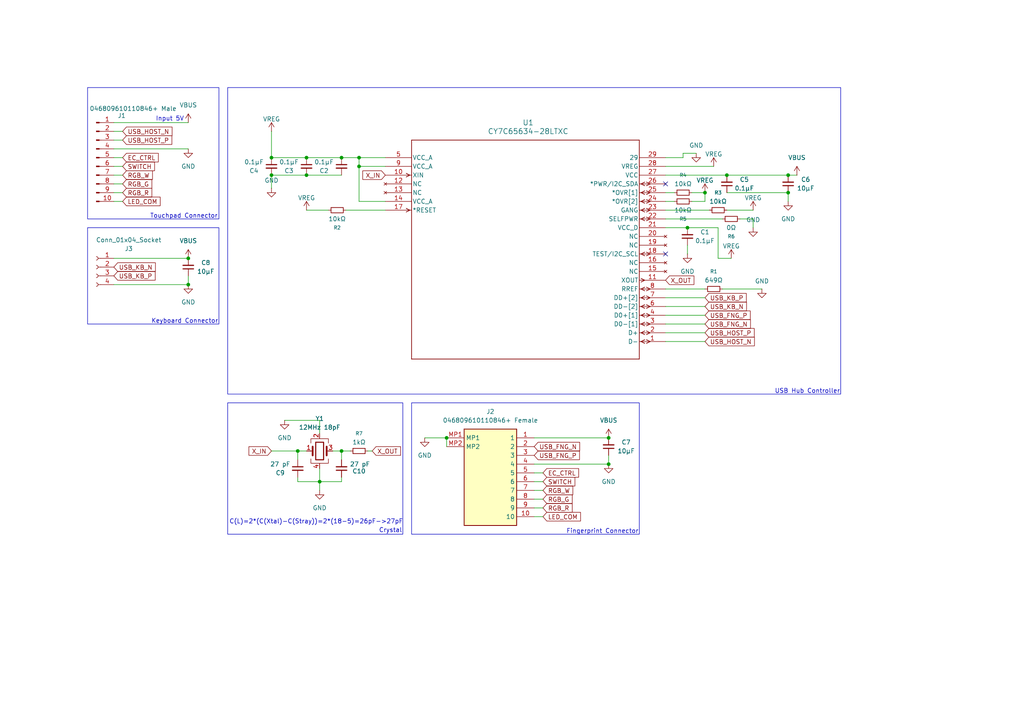
<source format=kicad_sch>
(kicad_sch (version 20250114) (generator "eeschema") (generator_version "9.0")
  (paper "A4")
  (lib_symbols
    (symbol "046809610110846+:046809610110846+"
      (property "Reference" "J" (at 21.59 7.62 0))
      (property "Value" "046809610110846+" (at 21.59 5.08 0))
      (symbol "046809610110846+_1_1"
        (rectangle (start 5.08 2.54) (end 20.32 -25.4) (stroke (width 0.254)) (fill (type background)))
        (pin passive line (at 0 0 0) (length 5.08) (name "MP1") (number "MP1"))
        (pin passive line (at 0 -2.54 0) (length 5.08) (name "MP2") (number "MP2"))
        (pin passive line (at 25.4 0 180) (length 5.08) (name "1") (number "1"))
        (pin passive line (at 25.4 -2.54 180) (length 5.08) (name "2") (number "2"))
        (pin passive line (at 25.4 -5.08 180) (length 5.08) (name "3") (number "3"))
        (pin passive line (at 25.4 -7.62 180) (length 5.08) (name "4") (number "4"))
        (pin passive line (at 25.4 -10.16 180) (length 5.08) (name "5") (number "5"))
        (pin passive line (at 25.4 -12.7 180) (length 5.08) (name "6") (number "6"))
        (pin passive line (at 25.4 -15.24 180) (length 5.08) (name "7") (number "7"))
        (pin passive line (at 25.4 -17.78 180) (length 5.08) (name "8") (number "8"))
        (pin passive line (at 25.4 -20.32 180) (length 5.08) (name "9") (number "9"))
        (pin passive line (at 25.4 -22.86 180) (length 5.08) (name "10") (number "10"))
      )
    )
    (symbol "2025-09-11_12-45-01:CY7C65634-28LTXC" (pin_names (offset 0.254))
      (property "Reference" "U" (at 40.64 10.16 0))
      (property "Value" "CY7C65634-28LTXC" (at 40.64 7.62 0))
      (symbol "CY7C65634-28LTXC_0_1"
        (polyline (pts (xy 7.0993 -5.08) (xy 6.0579 -4.5593)) (stroke (width 0.2032)))
        (polyline (pts (xy 7.0993 -5.08) (xy 6.0579 -5.6007)) (stroke (width 0.2032)))
        (polyline (pts (xy 7.0993 -15.24) (xy 6.0579 -14.7193)) (stroke (width 0.2032)))
        (polyline (pts (xy 7.0993 -15.24) (xy 6.0579 -15.7607)) (stroke (width 0.2032)))
        (polyline (pts (xy 7.62 5.08) (xy 7.62 -58.42)) (stroke (width 0.2032)))
        (polyline (pts (xy 7.62 -58.42) (xy 73.66 -58.42)) (stroke (width 0.2032)))
        (polyline (pts (xy 73.66 5.08) (xy 7.62 5.08)) (stroke (width 0.2032)))
        (polyline (pts (xy 73.66 -58.42) (xy 73.66 5.08)) (stroke (width 0.2032)))
        (polyline (pts (xy 74.1807 -7.62) (xy 75.2221 -7.0993)) (stroke (width 0.2032)))
        (polyline (pts (xy 74.1807 -7.62) (xy 75.2221 -8.1407)) (stroke (width 0.2032)))
        (polyline (pts (xy 74.1807 -10.16) (xy 75.2221 -9.6393)) (stroke (width 0.2032)))
        (polyline (pts (xy 74.1807 -10.16) (xy 75.2221 -10.6807)) (stroke (width 0.2032)))
        (polyline (pts (xy 74.1807 -12.7) (xy 75.2221 -12.1793)) (stroke (width 0.2032)))
        (polyline (pts (xy 74.1807 -12.7) (xy 75.2221 -13.2207)) (stroke (width 0.2032)))
        (polyline (pts (xy 74.1807 -15.24) (xy 75.2221 -14.7193)) (stroke (width 0.2032)))
        (polyline (pts (xy 74.1807 -15.24) (xy 75.2221 -15.7607)) (stroke (width 0.2032)))
        (polyline (pts (xy 74.1807 -17.78) (xy 75.2221 -17.2593)) (stroke (width 0.2032)))
        (polyline (pts (xy 74.1807 -17.78) (xy 75.2221 -18.3007)) (stroke (width 0.2032)))
        (polyline (pts (xy 74.1807 -27.94) (xy 75.2221 -27.4193)) (stroke (width 0.2032)))
        (polyline (pts (xy 74.1807 -27.94) (xy 75.2221 -28.4607)) (stroke (width 0.2032)))
        (polyline (pts (xy 74.1807 -35.0393) (xy 75.2221 -35.56)) (stroke (width 0.2032)))
        (polyline (pts (xy 74.1807 -36.0807) (xy 75.2221 -35.56)) (stroke (width 0.2032)))
        (polyline (pts (xy 74.1807 -38.1) (xy 75.2221 -37.5793)) (stroke (width 0.2032)))
        (polyline (pts (xy 74.1807 -38.1) (xy 75.2221 -38.6207)) (stroke (width 0.2032)))
        (polyline (pts (xy 74.1807 -40.64) (xy 75.2221 -40.1193)) (stroke (width 0.2032)))
        (polyline (pts (xy 74.1807 -40.64) (xy 75.2221 -41.1607)) (stroke (width 0.2032)))
        (polyline (pts (xy 74.1807 -43.18) (xy 75.2221 -42.6593)) (stroke (width 0.2032)))
        (polyline (pts (xy 74.1807 -43.18) (xy 75.2221 -43.7007)) (stroke (width 0.2032)))
        (polyline (pts (xy 74.1807 -45.72) (xy 75.2221 -45.1993)) (stroke (width 0.2032)))
        (polyline (pts (xy 74.1807 -45.72) (xy 75.2221 -46.2407)) (stroke (width 0.2032)))
        (polyline (pts (xy 74.1807 -48.26) (xy 75.2221 -47.7393)) (stroke (width 0.2032)))
        (polyline (pts (xy 74.1807 -48.26) (xy 75.2221 -48.7807)) (stroke (width 0.2032)))
        (polyline (pts (xy 74.1807 -50.8) (xy 75.2221 -50.2793)) (stroke (width 0.2032)))
        (polyline (pts (xy 74.1807 -50.8) (xy 75.2221 -51.3207)) (stroke (width 0.2032)))
        (polyline (pts (xy 74.1807 -53.34) (xy 75.2221 -52.8193)) (stroke (width 0.2032)))
        (polyline (pts (xy 74.1807 -53.34) (xy 75.2221 -53.8607)) (stroke (width 0.2032)))
        (polyline (pts (xy 75.7428 -7.0993) (xy 76.7842 -7.62)) (stroke (width 0.2032)))
        (polyline (pts (xy 75.7428 -8.1407) (xy 76.7842 -7.62)) (stroke (width 0.2032)))
        (polyline (pts (xy 75.7428 -9.6393) (xy 76.7842 -10.16)) (stroke (width 0.2032)))
        (polyline (pts (xy 75.7428 -10.6807) (xy 76.7842 -10.16)) (stroke (width 0.2032)))
        (polyline (pts (xy 75.7428 -12.1793) (xy 76.7842 -12.7)) (stroke (width 0.2032)))
        (polyline (pts (xy 75.7428 -13.2207) (xy 76.7842 -12.7)) (stroke (width 0.2032)))
        (polyline (pts (xy 75.7428 -14.7193) (xy 76.7842 -15.24)) (stroke (width 0.2032)))
        (polyline (pts (xy 75.7428 -15.7607) (xy 76.7842 -15.24)) (stroke (width 0.2032)))
        (polyline (pts (xy 75.7428 -17.2593) (xy 76.7842 -17.78)) (stroke (width 0.2032)))
        (polyline (pts (xy 75.7428 -18.3007) (xy 76.7842 -17.78)) (stroke (width 0.2032)))
        (polyline (pts (xy 75.7428 -27.4193) (xy 76.7842 -27.94)) (stroke (width 0.2032)))
        (polyline (pts (xy 75.7428 -28.4607) (xy 76.7842 -27.94)) (stroke (width 0.2032)))
        (polyline (pts (xy 75.7428 -37.5793) (xy 76.7842 -38.1)) (stroke (width 0.2032)))
        (polyline (pts (xy 75.7428 -38.6207) (xy 76.7842 -38.1)) (stroke (width 0.2032)))
        (polyline (pts (xy 75.7428 -40.1193) (xy 76.7842 -40.64)) (stroke (width 0.2032)))
        (polyline (pts (xy 75.7428 -41.1607) (xy 76.7842 -40.64)) (stroke (width 0.2032)))
        (polyline (pts (xy 75.7428 -42.6593) (xy 76.7842 -43.18)) (stroke (width 0.2032)))
        (polyline (pts (xy 75.7428 -43.7007) (xy 76.7842 -43.18)) (stroke (width 0.2032)))
        (polyline (pts (xy 75.7428 -45.1993) (xy 76.7842 -45.72)) (stroke (width 0.2032)))
        (polyline (pts (xy 75.7428 -46.2407) (xy 76.7842 -45.72)) (stroke (width 0.2032)))
        (polyline (pts (xy 75.7428 -47.7393) (xy 76.7842 -48.26)) (stroke (width 0.2032)))
        (polyline (pts (xy 75.7428 -48.7807) (xy 76.7842 -48.26)) (stroke (width 0.2032)))
        (polyline (pts (xy 75.7428 -50.2793) (xy 76.7842 -50.8)) (stroke (width 0.2032)))
        (polyline (pts (xy 75.7428 -51.3207) (xy 76.7842 -50.8)) (stroke (width 0.2032)))
        (polyline (pts (xy 75.7428 -52.8193) (xy 76.7842 -53.34)) (stroke (width 0.2032)))
        (polyline (pts (xy 75.7428 -53.8607) (xy 76.7842 -53.34)) (stroke (width 0.2032)))
        (pin power_in line (at 0 0 0) (length 7.62) (name "VCC_A") (number "5"))
        (pin power_in line (at 0 -2.54 0) (length 7.62) (name "VCC_A") (number "9"))
        (pin input line (at 0 -5.08 0) (length 7.62) (name "XIN") (number "10"))
        (pin no_connect line (at 0 -7.62 0) (length 7.62) (name "NC") (number "12"))
        (pin no_connect line (at 0 -10.16 0) (length 7.62) (name "NC") (number "13"))
        (pin power_in line (at 0 -12.7 0) (length 7.62) (name "VCC_A") (number "14"))
        (pin input line (at 0 -15.24 0) (length 7.62) (name "*RESET") (number "17"))
        (pin unspecified line (at 81.28 0 180) (length 7.62) (name "29") (number "29"))
        (pin power_in line (at 81.28 -2.54 180) (length 7.62) (name "VREG") (number "28"))
        (pin power_in line (at 81.28 -5.08 180) (length 7.62) (name "VCC") (number "27"))
        (pin bidirectional line (at 81.28 -7.62 180) (length 7.62) (name "*PWR/I2C_SDA") (number "26"))
        (pin bidirectional line (at 81.28 -10.16 180) (length 7.62) (name "*OVR[1]") (number "25"))
        (pin bidirectional line (at 81.28 -12.7 180) (length 7.62) (name "*OVR[2]") (number "24"))
        (pin bidirectional line (at 81.28 -15.24 180) (length 7.62) (name "GANG") (number "23"))
        (pin bidirectional line (at 81.28 -17.78 180) (length 7.62) (name "SELFPWR") (number "22"))
        (pin power_in line (at 81.28 -20.32 180) (length 7.62) (name "VCC_D") (number "21"))
        (pin no_connect line (at 81.28 -22.86 180) (length 7.62) (name "NC") (number "20"))
        (pin no_connect line (at 81.28 -25.4 180) (length 7.62) (name "NC") (number "19"))
        (pin bidirectional line (at 81.28 -27.94 180) (length 7.62) (name "TEST/I2C_SCL") (number "18"))
        (pin no_connect line (at 81.28 -30.48 180) (length 7.62) (name "NC") (number "16"))
        (pin no_connect line (at 81.28 -33.02 180) (length 7.62) (name "NC") (number "15"))
        (pin output line (at 81.28 -35.56 180) (length 7.62) (name "XOUT") (number "11"))
        (pin bidirectional line (at 81.28 -38.1 180) (length 7.62) (name "RREF") (number "8"))
        (pin bidirectional line (at 81.28 -40.64 180) (length 7.62) (name "DD+[2]") (number "7"))
        (pin bidirectional line (at 81.28 -43.18 180) (length 7.62) (name "DD-[2]") (number "6"))
        (pin bidirectional line (at 81.28 -45.72 180) (length 7.62) (name "D0+[1]") (number "4"))
        (pin bidirectional line (at 81.28 -48.26 180) (length 7.62) (name "D0-[1]") (number "3"))
        (pin bidirectional line (at 81.28 -50.8 180) (length 7.62) (name "D+") (number "2"))
        (pin bidirectional line (at 81.28 -53.34 180) (length 7.62) (name "D-") (number "1"))
      )
    )
    (symbol "Connector:Conn_01x04_Socket" (pin_names (offset 1.016) (hide yes))
      (property "Reference" "J" (at 0 5.08 0))
      (property "Value" "Conn_01x04_Socket" (at 0 -7.62 0))
      (symbol "Conn_01x04_Socket_1_1"
        (polyline (pts (xy -1.27 2.54) (xy -0.508 2.54)) (stroke (width 0.1524)))
        (polyline (pts (xy -1.27 0) (xy -0.508 0)) (stroke (width 0.1524)))
        (polyline (pts (xy -1.27 -2.54) (xy -0.508 -2.54)) (stroke (width 0.1524)))
        (polyline (pts (xy -1.27 -5.08) (xy -0.508 -5.08)) (stroke (width 0.1524)))
        (arc (start 0 2.032) (mid -0.5058 2.54) (end 0 3.048) (stroke (width 0.1524)))
        (arc (start 0 -0.508) (mid -0.5058 0) (end 0 0.508) (stroke (width 0.1524)))
        (arc (start 0 -3.048) (mid -0.5058 -2.54) (end 0 -2.032) (stroke (width 0.1524)))
        (arc (start 0 -5.588) (mid -0.5058 -5.08) (end 0 -4.572) (stroke (width 0.1524)))
        (pin passive line (at -5.08 2.54 0) (length 3.81) (name "Pin_1") (number "1"))
        (pin passive line (at -5.08 0 0) (length 3.81) (name "Pin_2") (number "2"))
        (pin passive line (at -5.08 -2.54 0) (length 3.81) (name "Pin_3") (number "3"))
        (pin passive line (at -5.08 -5.08 0) (length 3.81) (name "Pin_4") (number "4"))
      )
    )
    (symbol "Connector:Conn_01x10_Pin" (pin_names (offset 1.016) (hide yes))
      (property "Reference" "J" (at 0 12.7 0))
      (property "Value" "Conn_01x10_Pin" (at 0 -15.24 0))
      (symbol "Conn_01x10_Pin_1_1"
        (rectangle (start 0.8636 10.287) (end 0 10.033) (stroke (width 0.1524)) (fill (type outline)))
        (rectangle (start 0.8636 7.747) (end 0 7.493) (stroke (width 0.1524)) (fill (type outline)))
        (rectangle (start 0.8636 5.207) (end 0 4.953) (stroke (width 0.1524)) (fill (type outline)))
        (rectangle (start 0.8636 2.667) (end 0 2.413) (stroke (width 0.1524)) (fill (type outline)))
        (rectangle (start 0.8636 0.127) (end 0 -0.127) (stroke (width 0.1524)) (fill (type outline)))
        (rectangle (start 0.8636 -2.413) (end 0 -2.667) (stroke (width 0.1524)) (fill (type outline)))
        (rectangle (start 0.8636 -4.953) (end 0 -5.207) (stroke (width 0.1524)) (fill (type outline)))
        (rectangle (start 0.8636 -7.493) (end 0 -7.747) (stroke (width 0.1524)) (fill (type outline)))
        (rectangle (start 0.8636 -10.033) (end 0 -10.287) (stroke (width 0.1524)) (fill (type outline)))
        (rectangle (start 0.8636 -12.573) (end 0 -12.827) (stroke (width 0.1524)) (fill (type outline)))
        (polyline (pts (xy 1.27 10.16) (xy 0.8636 10.16)) (stroke (width 0.1524)))
        (polyline (pts (xy 1.27 7.62) (xy 0.8636 7.62)) (stroke (width 0.1524)))
        (polyline (pts (xy 1.27 5.08) (xy 0.8636 5.08)) (stroke (width 0.1524)))
        (polyline (pts (xy 1.27 2.54) (xy 0.8636 2.54)) (stroke (width 0.1524)))
        (polyline (pts (xy 1.27 0) (xy 0.8636 0)) (stroke (width 0.1524)))
        (polyline (pts (xy 1.27 -2.54) (xy 0.8636 -2.54)) (stroke (width 0.1524)))
        (polyline (pts (xy 1.27 -5.08) (xy 0.8636 -5.08)) (stroke (width 0.1524)))
        (polyline (pts (xy 1.27 -7.62) (xy 0.8636 -7.62)) (stroke (width 0.1524)))
        (polyline (pts (xy 1.27 -10.16) (xy 0.8636 -10.16)) (stroke (width 0.1524)))
        (polyline (pts (xy 1.27 -12.7) (xy 0.8636 -12.7)) (stroke (width 0.1524)))
        (pin passive line (at 5.08 10.16 180) (length 3.81) (name "Pin_1") (number "1"))
        (pin passive line (at 5.08 7.62 180) (length 3.81) (name "Pin_2") (number "2"))
        (pin passive line (at 5.08 5.08 180) (length 3.81) (name "Pin_3") (number "3"))
        (pin passive line (at 5.08 2.54 180) (length 3.81) (name "Pin_4") (number "4"))
        (pin passive line (at 5.08 0 180) (length 3.81) (name "Pin_5") (number "5"))
        (pin passive line (at 5.08 -2.54 180) (length 3.81) (name "Pin_6") (number "6"))
        (pin passive line (at 5.08 -5.08 180) (length 3.81) (name "Pin_7") (number "7"))
        (pin passive line (at 5.08 -7.62 180) (length 3.81) (name "Pin_8") (number "8"))
        (pin passive line (at 5.08 -10.16 180) (length 3.81) (name "Pin_9") (number "9"))
        (pin passive line (at 5.08 -12.7 180) (length 3.81) (name "Pin_10") (number "10"))
      )
    )
    (symbol "Device:C_Small" (pin_numbers (hide yes)) (pin_names (offset 0.254) (hide yes))
      (property "Reference" "C" (at 0.254 1.778 0))
      (property "Value" "C_Small" (at 0.254 -2.032 0))
      (symbol "C_Small_0_1"
        (polyline (pts (xy -1.524 0.508) (xy 1.524 0.508)) (stroke (width 0.3048)))
        (polyline (pts (xy -1.524 -0.508) (xy 1.524 -0.508)) (stroke (width 0.3302)))
      )
      (symbol "C_Small_1_1"
        (pin passive line (at 0 2.54 270) (length 2.032) (name "~") (number "1"))
        (pin passive line (at 0 -2.54 90) (length 2.032) (name "~") (number "2"))
      )
    )
    (symbol "Device:Crystal_GND24" (pin_names (offset 1.016) (hide yes))
      (property "Reference" "Y" (at 3.175 5.08 0))
      (property "Value" "Crystal_GND24" (at 3.175 3.175 0))
      (symbol "Crystal_GND24_0_1"
        (polyline (pts (xy -2.54 2.286) (xy -2.54 3.556) (xy 2.54 3.556) (xy 2.54 2.286)))
        (polyline (pts (xy -2.54 0) (xy -2.032 0)))
        (polyline (pts (xy -2.54 -2.286) (xy -2.54 -3.556) (xy 2.54 -3.556) (xy 2.54 -2.286)))
        (polyline (pts (xy -2.032 -1.27) (xy -2.032 1.27)) (stroke (width 0.508)))
        (rectangle (start -1.143 2.54) (end 1.143 -2.54) (stroke (width 0.3048)))
        (polyline (pts (xy 0 3.556) (xy 0 3.81)))
        (polyline (pts (xy 0 -3.81) (xy 0 -3.556)))
        (polyline (pts (xy 2.032 0) (xy 2.54 0)))
        (polyline (pts (xy 2.032 -1.27) (xy 2.032 1.27)) (stroke (width 0.508)))
      )
      (symbol "Crystal_GND24_1_1"
        (pin passive line (at -3.81 0 0) (length 1.27) (name "1") (number "1"))
        (pin passive line (at 0 5.08 270) (length 1.27) (name "2") (number "2"))
        (pin passive line (at 0 -5.08 90) (length 1.27) (name "4") (number "4"))
        (pin passive line (at 3.81 0 180) (length 1.27) (name "3") (number "3"))
      )
    )
    (symbol "Device:R_Small" (pin_numbers (hide yes)) (pin_names (offset 0.254) (hide yes))
      (property "Reference" "R" (at 0 0 90))
      (property "Value" "R_Small" (at 1.778 0 90))
      (symbol "R_Small_0_1"
        (rectangle (start -0.762 1.778) (end 0.762 -1.778) (stroke (width 0.2032)))
      )
      (symbol "R_Small_1_1"
        (pin passive line (at 0 2.54 270) (length 0.762) (name "~") (number "1"))
        (pin passive line (at 0 -2.54 90) (length 0.762) (name "~") (number "2"))
      )
    )
    (symbol "power:+3V3" (power) (pin_numbers (hide yes)) (pin_names (offset 0) (hide yes))
      (property "Value" "+3V3" (at 0 3.556 0))
      (symbol "+3V3_0_1"
        (polyline (pts (xy -0.762 1.27) (xy 0 2.54)))
        (polyline (pts (xy 0 2.54) (xy 0.762 1.27)))
        (polyline (pts (xy 0 0) (xy 0 2.54)))
      )
      (symbol "+3V3_1_1"
        (pin power_in line (at 0 0 90) (length 0) (name "~") (number "1"))
      )
    )
    (symbol "power:GND" (power) (pin_numbers (hide yes)) (pin_names (offset 0) (hide yes))
      (property "Value" "GND" (at 0 -3.81 0))
      (symbol "GND_0_1"
        (polyline (pts (xy 0 0) (xy 0 -1.27) (xy 1.27 -1.27) (xy 0 -2.54) (xy -1.27 -1.27) (xy 0 -1.27)))
      )
      (symbol "GND_1_1"
        (pin power_in line (at 0 0 270) (length 0) (name "~") (number "1"))
      )
    )
    (symbol "power:VBUS" (power) (pin_numbers (hide yes)) (pin_names (offset 0) (hide yes))
      (property "Value" "VBUS" (at 0 3.556 0))
      (symbol "VBUS_0_1"
        (polyline (pts (xy -0.762 1.27) (xy 0 2.54)))
        (polyline (pts (xy 0 2.54) (xy 0.762 1.27)))
        (polyline (pts (xy 0 0) (xy 0 2.54)))
      )
      (symbol "VBUS_1_1"
        (pin power_in line (at 0 0 90) (length 0) (name "~") (number "1"))
      )
    )
  )
  (rectangle (start 66.04 116.84) (end 116.84 154.94))
  (rectangle (start 66.04 25.4) (end 243.84 114.3))
  (rectangle (start 25.4 25.4) (end 63.5 63.5))
  (rectangle (start 25.4 66.04) (end 63.5 93.98))
  (rectangle (start 119.38 116.84) (end 185.42 154.94))
  (text "USB Hub Controller" (at 234.188 113.538 0) (effects (font (size 1.27 1.27))))
  (text "Keyboard Connector" (at 53.594 93.218 0) (effects (font (size 1.27 1.27))))
  (text "Crystal" (at 113.284 153.924 0) (effects (font (size 1.27 1.27))))
  (text "Touchpad Connector" (at 53.34 62.738 0) (effects (font (size 1.27 1.27))))
  (text "Fingerprint Connector" (at 174.752 154.178 0) (effects (font (size 1.27 1.27))))
  (text "C(L)=2*(C(Xtal)-C(Stray))=2*(18-5)=26pF->27pF" (at 91.694 151.384 0) (effects (font (size 1.27 1.27))))
  (text "Input 5V" (at 49.276 34.544 0) (effects (font (size 1.27 1.27))))
  (junction (at 129.54 127))
  (junction (at 176.53 134.62))
  (junction (at 99.06 130.81))
  (junction (at 88.9 45.72))
  (junction (at 86.36 130.81))
  (junction (at 104.14 48.26))
  (junction (at 54.61 74.93))
  (junction (at 204.47 55.88))
  (junction (at 176.53 127))
  (junction (at 92.71 139.7))
  (junction (at 78.74 45.72))
  (junction (at 228.6 55.88))
  (junction (at 78.74 50.8))
  (junction (at 99.06 45.72))
  (junction (at 228.6 50.8))
  (junction (at 104.14 45.72))
  (junction (at 54.61 82.55))
  (junction (at 199.39 66.04))
  (junction (at 210.82 50.8))
  (junction (at 88.9 50.8))
  (no_connect (at 193.04 53.34))
  (no_connect (at 193.04 73.66))
  (wire (pts (xy 99.06 130.81) (xy 99.06 133.35)))
  (wire (pts (xy 54.61 74.93) (xy 33.02 74.93)))
  (wire (pts (xy 88.9 45.72) (xy 78.74 45.72)))
  (wire (pts (xy 193.04 50.8) (xy 210.82 50.8)))
  (wire (pts (xy 129.54 127) (xy 129.54 129.54)))
  (wire (pts (xy 210.82 50.8) (xy 228.6 50.8)))
  (wire (pts (xy 35.56 40.64) (xy 33.02 40.64)))
  (wire (pts (xy 96.52 130.81) (xy 99.06 130.81)))
  (wire (pts (xy 198.12 44.45) (xy 198.12 45.72)))
  (wire (pts (xy 228.6 58.42) (xy 228.6 55.88)))
  (wire (pts (xy 88.9 50.8) (xy 99.06 50.8)))
  (wire (pts (xy 204.47 88.9) (xy 193.04 88.9)))
  (wire (pts (xy 35.56 38.1) (xy 33.02 38.1)))
  (wire (pts (xy 86.36 139.7) (xy 86.36 138.43)))
  (wire (pts (xy 78.74 50.8) (xy 88.9 50.8)))
  (wire (pts (xy 92.71 125.73) (xy 92.71 121.92)))
  (wire (pts (xy 92.71 121.92) (xy 82.55 121.92)))
  (wire (pts (xy 54.61 80.01) (xy 54.61 82.55)))
  (wire (pts (xy 198.12 45.72) (xy 193.04 45.72)))
  (wire (pts (xy 78.74 38.1) (xy 78.74 45.72)))
  (wire (pts (xy 204.47 55.88) (xy 200.66 55.88)))
  (wire (pts (xy 204.47 91.44) (xy 193.04 91.44)))
  (wire (pts (xy 106.68 130.81) (xy 107.95 130.81)))
  (wire (pts (xy 78.74 54.61) (xy 78.74 50.8)))
  (wire (pts (xy 157.48 147.32) (xy 154.94 147.32)))
  (wire (pts (xy 208.28 74.93) (xy 208.28 66.04)))
  (wire (pts (xy 193.04 55.88) (xy 195.58 55.88)))
  (wire (pts (xy 92.71 135.89) (xy 92.71 139.7)))
  (wire (pts (xy 157.48 142.24) (xy 154.94 142.24)))
  (wire (pts (xy 35.56 48.26) (xy 33.02 48.26)))
  (wire (pts (xy 35.56 55.88) (xy 33.02 55.88)))
  (wire (pts (xy 88.9 60.96) (xy 95.25 60.96)))
  (wire (pts (xy 54.61 43.18) (xy 33.02 43.18)))
  (wire (pts (xy 157.48 144.78) (xy 154.94 144.78)))
  (wire (pts (xy 204.47 86.36) (xy 193.04 86.36)))
  (wire (pts (xy 104.14 45.72) (xy 111.76 45.72)))
  (wire (pts (xy 193.04 48.26) (xy 207.01 48.26)))
  (wire (pts (xy 35.56 50.8) (xy 33.02 50.8)))
  (wire (pts (xy 33.02 82.55) (xy 54.61 82.55)))
  (wire (pts (xy 201.93 44.45) (xy 198.12 44.45)))
  (wire (pts (xy 199.39 66.04) (xy 208.28 66.04)))
  (wire (pts (xy 204.47 99.06) (xy 193.04 99.06)))
  (wire (pts (xy 86.36 130.81) (xy 86.36 133.35)))
  (wire (pts (xy 99.06 45.72) (xy 104.14 45.72)))
  (wire (pts (xy 92.71 139.7) (xy 99.06 139.7)))
  (wire (pts (xy 212.09 74.93) (xy 208.28 74.93)))
  (wire (pts (xy 86.36 130.81) (xy 88.9 130.81)))
  (wire (pts (xy 154.94 134.62) (xy 176.53 134.62)))
  (wire (pts (xy 123.19 127) (xy 129.54 127)))
  (wire (pts (xy 92.71 142.24) (xy 92.71 139.7)))
  (wire (pts (xy 228.6 50.8) (xy 231.14 50.8)))
  (wire (pts (xy 157.48 139.7) (xy 154.94 139.7)))
  (wire (pts (xy 193.04 63.5) (xy 209.55 63.5)))
  (wire (pts (xy 204.47 83.82) (xy 193.04 83.82)))
  (wire (pts (xy 176.53 132.08) (xy 176.53 134.62)))
  (wire (pts (xy 209.55 83.82) (xy 220.98 83.82)))
  (wire (pts (xy 193.04 58.42) (xy 195.58 58.42)))
  (wire (pts (xy 210.82 60.96) (xy 218.44 60.96)))
  (wire (pts (xy 99.06 45.72) (xy 88.9 45.72)))
  (wire (pts (xy 200.66 58.42) (xy 204.47 58.42)))
  (wire (pts (xy 214.63 63.5) (xy 218.44 63.5)))
  (wire (pts (xy 35.56 45.72) (xy 33.02 45.72)))
  (wire (pts (xy 111.76 48.26) (xy 104.14 48.26)))
  (wire (pts (xy 100.33 60.96) (xy 111.76 60.96)))
  (wire (pts (xy 157.48 137.16) (xy 154.94 137.16)))
  (wire (pts (xy 157.48 149.86) (xy 154.94 149.86)))
  (wire (pts (xy 104.14 48.26) (xy 104.14 45.72)))
  (wire (pts (xy 78.74 130.81) (xy 86.36 130.81)))
  (wire (pts (xy 104.14 58.42) (xy 104.14 48.26)))
  (wire (pts (xy 176.53 127) (xy 154.94 127)))
  (wire (pts (xy 204.47 93.98) (xy 193.04 93.98)))
  (wire (pts (xy 193.04 60.96) (xy 205.74 60.96)))
  (wire (pts (xy 193.04 66.04) (xy 199.39 66.04)))
  (wire (pts (xy 218.44 66.04) (xy 218.44 63.5)))
  (wire (pts (xy 99.06 139.7) (xy 99.06 138.43)))
  (wire (pts (xy 99.06 130.81) (xy 101.6 130.81)))
  (wire (pts (xy 35.56 53.34) (xy 33.02 53.34)))
  (wire (pts (xy 204.47 96.52) (xy 193.04 96.52)))
  (wire (pts (xy 210.82 55.88) (xy 228.6 55.88)))
  (wire (pts (xy 86.36 139.7) (xy 92.71 139.7)))
  (wire (pts (xy 111.76 58.42) (xy 104.14 58.42)))
  (wire (pts (xy 204.47 55.88) (xy 204.47 58.42)))
  (wire (pts (xy 35.56 58.42) (xy 33.02 58.42)))
  (wire (pts (xy 54.61 35.56) (xy 33.02 35.56)))
  (wire (pts (xy 199.39 73.66) (xy 199.39 71.12)))
  (global_label "USB_FNG_N" (shape input) (at 204.47 93.98 0) (property "Intersheetrefs" "${INTERSHEET_REFS}" (effects (hide yes))))
  (global_label "USB_HOST_P" (shape input) (at 35.56 40.64 0) (property "Intersheetrefs" "${INTERSHEET_REFS}" (effects (hide yes))))
  (global_label "EC_CTRL" (shape input) (at 157.48 137.16 0) (property "Intersheetrefs" "${INTERSHEET_REFS}" (effects (hide yes))))
  (global_label "USB_KB_P" (shape input) (at 204.47 86.36 0) (property "Intersheetrefs" "${INTERSHEET_REFS}" (effects (hide yes))))
  (global_label "RGB_R" (shape input) (at 35.56 55.88 0) (property "Intersheetrefs" "${INTERSHEET_REFS}" (effects (hide yes))))
  (global_label "USB_HOST_N" (shape input) (at 204.47 99.06 0) (property "Intersheetrefs" "${INTERSHEET_REFS}" (effects (hide yes))))
  (global_label "X_IN" (shape input) (at 111.76 50.8 180) (property "Intersheetrefs" "${INTERSHEET_REFS}" (effects (hide yes))))
  (global_label "X_OUT" (shape input) (at 193.04 81.28 0) (property "Intersheetrefs" "${INTERSHEET_REFS}" (effects (hide yes))))
  (global_label "EC_CTRL" (shape input) (at 35.56 45.72 0) (property "Intersheetrefs" "${INTERSHEET_REFS}" (effects (hide yes))))
  (global_label "USB_KB_N" (shape input) (at 33.02 77.47 0) (property "Intersheetrefs" "${INTERSHEET_REFS}" (effects (hide yes))))
  (global_label "USB_FNG_N" (shape input) (at 154.94 129.54 0) (property "Intersheetrefs" "${INTERSHEET_REFS}" (effects (hide yes))))
  (global_label "LED_COM" (shape input) (at 157.48 149.86 0) (property "Intersheetrefs" "${INTERSHEET_REFS}" (effects (hide yes))))
  (global_label "RGB_W" (shape input) (at 157.48 142.24 0) (property "Intersheetrefs" "${INTERSHEET_REFS}" (effects (hide yes))))
  (global_label "RGB_G" (shape input) (at 35.56 53.34 0) (property "Intersheetrefs" "${INTERSHEET_REFS}" (effects (hide yes))))
  (global_label "X_OUT" (shape input) (at 107.95 130.81 0) (property "Intersheetrefs" "${INTERSHEET_REFS}" (effects (hide yes))))
  (global_label "USB_HOST_P" (shape input) (at 204.47 96.52 0) (property "Intersheetrefs" "${INTERSHEET_REFS}" (effects (hide yes))))
  (global_label "USB_FNG_P" (shape input) (at 204.47 91.44 0) (property "Intersheetrefs" "${INTERSHEET_REFS}" (effects (hide yes))))
  (global_label "USB_KB_N" (shape input) (at 204.47 88.9 0) (property "Intersheetrefs" "${INTERSHEET_REFS}" (effects (hide yes))))
  (global_label "USB_HOST_N" (shape input) (at 35.56 38.1 0) (property "Intersheetrefs" "${INTERSHEET_REFS}" (effects (hide yes))))
  (global_label "SWITCH" (shape input) (at 35.56 48.26 0) (property "Intersheetrefs" "${INTERSHEET_REFS}" (effects (hide yes))))
  (global_label "X_IN" (shape input) (at 78.74 130.81 180) (property "Intersheetrefs" "${INTERSHEET_REFS}" (effects (hide yes))))
  (global_label "RGB_G" (shape input) (at 157.48 144.78 0) (property "Intersheetrefs" "${INTERSHEET_REFS}" (effects (hide yes))))
  (global_label "USB_FNG_P" (shape input) (at 154.94 132.08 0) (property "Intersheetrefs" "${INTERSHEET_REFS}" (effects (hide yes))))
  (global_label "RGB_W" (shape input) (at 35.56 50.8 0) (property "Intersheetrefs" "${INTERSHEET_REFS}" (effects (hide yes))))
  (global_label "USB_KB_P" (shape input) (at 33.02 80.01 0) (property "Intersheetrefs" "${INTERSHEET_REFS}" (effects (hide yes))))
  (global_label "SWITCH" (shape input) (at 157.48 139.7 0) (property "Intersheetrefs" "${INTERSHEET_REFS}" (effects (hide yes))))
  (global_label "LED_COM" (shape input) (at 35.56 58.42 0) (property "Intersheetrefs" "${INTERSHEET_REFS}" (effects (hide yes))))
  (global_label "RGB_R" (shape input) (at 157.48 147.32 0) (property "Intersheetrefs" "${INTERSHEET_REFS}" (effects (hide yes))))
  (symbol (lib_id "Device:R_Small") (at 208.28 60.96 90) (mirror x) (unit 1)
    (property "Reference" "R3" (at 208.28 55.88 90) (effects (font (size 1.016 1.016))))
    (property "Value" "10kΩ" (at 208.28 58.42 90))
    (property "Footprint" "Resistor_SMD:R_0402_1005Metric" (effects (hide yes)))
    (property "Description" "Resistor, small symbol" (effects (hide yes)))
  )
  (symbol (lib_id "power:GND") (at 199.39 73.66 0) (unit 1)
    (property "Reference" "#PWR020" (effects (hide yes)))
    (property "Value" "GND" (at 199.39 78.74 0))
    (property "Description" "Power symbol creates a global label with name \"GND\" , ground" (effects (hide yes)))
  )
  (symbol (lib_id "power:GND") (at 54.61 43.18 0) (unit 1)
    (property "Reference" "#PWR02" (effects (hide yes)))
    (property "Value" "GND" (at 54.61 48.26 0))
    (property "Description" "Power symbol creates a global label with name \"GND\" , ground" (effects (hide yes)))
  )
  (symbol (lib_id "power:GND") (at 220.98 83.82 0) (unit 1)
    (property "Reference" "#PWR012" (effects (hide yes)))
    (property "Value" "GND" (at 218.948 81.534 0) (effects (justify left)))
    (property "Description" "Power symbol creates a global label with name \"GND\" , ground" (effects (hide yes)))
  )
  (symbol (lib_id "Device:C_Small") (at 88.9 48.26 0) (mirror y) (unit 1)
    (property "Reference" "C3" (at 83.8263 49.53 0))
    (property "Value" "0.1μF" (at 83.8263 46.99 0))
    (property "Footprint" "Capacitor_SMD:C_0402_1005Metric" (effects (hide yes)))
    (property "Description" "Unpolarized capacitor, small symbol" (effects (hide yes)))
  )
  (symbol (lib_id "power:VBUS") (at 54.61 74.93 0) (unit 1)
    (property "Reference" "#PWR07" (effects (hide yes)))
    (property "Value" "VBUS" (at 54.61 69.85 0))
    (property "Description" "Power symbol creates a global label with name \"VBUS\"" (effects (hide yes)))
  )
  (symbol (lib_id "power:VBUS") (at 176.53 127 0) (unit 1)
    (property "Reference" "#PWR013" (effects (hide yes)))
    (property "Value" "VBUS" (at 176.53 121.92 0))
    (property "Description" "Power symbol creates a global label with name \"VBUS\"" (effects (hide yes)))
  )
  (symbol (lib_id "power:GND") (at 176.53 134.62 0) (unit 1)
    (property "Reference" "#PWR04" (effects (hide yes)))
    (property "Value" "GND" (at 176.53 139.7 0))
    (property "Description" "Power symbol creates a global label with name \"GND\" , ground" (effects (hide yes)))
  )
  (symbol (lib_id "power:GND") (at 82.55 121.92 0) (unit 1)
    (property "Reference" "#PWR022" (effects (hide yes)))
    (property "Value" "GND" (at 82.55 127 0))
    (property "Description" "Power symbol creates a global label with name \"GND\" , ground" (effects (hide yes)))
  )
  (symbol (lib_id "046809610110846+:046809610110846+") (at 129.54 127 0) (unit 1)
    (property "Reference" "J2" (at 142.24 119.38 0))
    (property "Value" "046809610110846+ Female" (at 142.24 121.92 0))
    (property "Footprint" "SamacSys_Parts:046809610110846" (effects (hide yes)))
    (property "Datasheet" "https://ele.kyocera.com/assets/products/connector/drawing/BJS6809004.pdf" (effects (hide yes)))
    (property "Description" "10 Position FFC, FPC Connector Contacts, Bottom 0.020\" (0.50mm) Surface Mount, Right Angle" (effects (hide yes)))
    (property "Height" "1.03" (effects (hide yes)))
    (property "Manufacturer_Name" "Kyocera AVX" (effects (hide yes)))
    (property "Manufacturer_Part_Number" "046809610110846+" (effects (hide yes)))
    (property "Mouser Part Number" "346-046809610110846+" (effects (hide yes)))
    (property "Mouser Price/Stock" "https://www.mouser.co.uk/ProductDetail/Kyocera-Electronic-Components/046809610110846%2b?qs=PzGy0jfpSMtD0JCHOxaC5w%3D%3D" (effects (hide yes)))
  )
  (symbol (lib_id "power:GND") (at 54.61 82.55 0) (unit 1)
    (property "Reference" "#PWR05" (effects (hide yes)))
    (property "Value" "GND" (at 54.61 87.63 0))
    (property "Description" "Power symbol creates a global label with name \"GND\" , ground" (effects (hide yes)))
  )
  (symbol (lib_id "Device:C_Small") (at 54.61 77.47 0) (mirror x) (unit 1)
    (property "Reference" "C8" (at 59.6837 76.2 0))
    (property "Value" "10μF" (at 59.6837 78.74 0))
    (property "Footprint" "Capacitor_SMD:C_0402_1005Metric" (effects (hide yes)))
    (property "Description" "Unpolarized capacitor, small symbol" (effects (hide yes)))
  )
  (symbol (lib_id "Device:C_Small") (at 86.36 135.89 0) (mirror y) (unit 1)
    (property "Reference" "C9" (at 81.2863 137.16 0))
    (property "Value" "27 pF" (at 81.2863 134.62 0))
    (property "Footprint" "Capacitor_SMD:C_0402_1005Metric" (effects (hide yes)))
    (property "Description" "Unpolarized capacitor, small symbol" (effects (hide yes)))
  )
  (symbol (lib_id "Device:C_Small") (at 99.06 135.89 0) (mirror x) (unit 1)
    (property "Reference" "C10" (at 104.14 136.652 0))
    (property "Value" "27 pF" (at 104.394 134.62 0))
    (property "Footprint" "Capacitor_SMD:C_0402_1005Metric" (effects (hide yes)))
    (property "Description" "Unpolarized capacitor, small symbol" (effects (hide yes)))
  )
  (symbol (lib_id "power:+3V3") (at 88.9 60.96 0) (unit 1)
    (property "Reference" "#PWR017" (effects (hide yes)))
    (property "Value" "VREG" (at 88.9 57.404 0))
    (property "Description" "Power symbol creates a global label with name \"+3V3\"" (effects (hide yes)))
  )
  (symbol (lib_id "Device:Crystal_GND24") (at 92.71 130.81 0) (unit 1)
    (property "Reference" "Y1" (at 92.71 121.412 0))
    (property "Value" "12MHz 18pF" (at 92.71 123.952 0))
    (property "Footprint" "Crystal:Crystal_SMD_Abracon_ABM3B-4Pin_5.0x3.2mm" (effects (hide yes)))
    (property "Description" "Four pin crystal, GND on pins 2 and 4" (effects (hide yes)))
  )
  (symbol (lib_id "power:+3V3") (at 207.01 48.26 0) (unit 1)
    (property "Reference" "#PWR09" (effects (hide yes)))
    (property "Value" "VREG" (at 207.01 44.704 0))
    (property "Description" "Power symbol creates a global label with name \"+3V3\"" (effects (hide yes)))
  )
  (symbol (lib_id "power:VBUS") (at 54.61 35.56 0) (unit 1)
    (property "Reference" "#PWR016" (effects (hide yes)))
    (property "Value" "VBUS" (at 54.61 30.48 0))
    (property "Description" "Power symbol creates a global label with name \"VBUS\"" (effects (hide yes)))
  )
  (symbol (lib_id "power:GND") (at 123.19 127 0) (unit 1)
    (property "Reference" "#PWR021" (effects (hide yes)))
    (property "Value" "GND" (at 123.19 132.08 0))
    (property "Description" "Power symbol creates a global label with name \"GND\" , ground" (effects (hide yes)))
  )
  (symbol (lib_id "Device:R_Small") (at 207.01 83.82 90) (unit 1)
    (property "Reference" "R1" (at 207.01 78.74 90) (effects (font (size 1.016 1.016))))
    (property "Value" "649Ω" (at 207.01 81.28 90))
    (property "Footprint" "Resistor_SMD:R_0402_1005Metric" (effects (hide yes)))
    (property "Description" "Resistor, small symbol" (effects (hide yes)))
  )
  (symbol (lib_id "Device:R_Small") (at 212.09 63.5 270) (mirror x) (unit 1)
    (property "Reference" "R6" (at 212.09 68.58 90) (effects (font (size 1.016 1.016))))
    (property "Value" "0Ω" (at 212.09 66.04 90))
    (property "Footprint" "Resistor_SMD:R_0402_1005Metric" (effects (hide yes)))
    (property "Description" "Resistor, small symbol" (effects (hide yes)))
  )
  (symbol (lib_id "Device:C_Small") (at 99.06 48.26 0) (mirror y) (unit 1)
    (property "Reference" "C2" (at 93.9863 49.53 0))
    (property "Value" "0.1μF" (at 93.9863 46.99 0))
    (property "Footprint" "Capacitor_SMD:C_0402_1005Metric" (effects (hide yes)))
    (property "Description" "Unpolarized capacitor, small symbol" (effects (hide yes)))
  )
  (symbol (lib_id "Device:R_Small") (at 198.12 58.42 270) (mirror x) (unit 1)
    (property "Reference" "R5" (at 198.12 63.5 90) (effects (font (size 1.016 1.016))))
    (property "Value" "10kΩ" (at 198.12 60.96 90))
    (property "Footprint" "Resistor_SMD:R_0402_1005Metric" (effects (hide yes)))
    (property "Description" "Resistor, small symbol" (effects (hide yes)))
  )
  (symbol (lib_id "power:+3V3") (at 212.09 74.93 0) (unit 1)
    (property "Reference" "#PWR011" (effects (hide yes)))
    (property "Value" "VREG" (at 212.09 71.374 0))
    (property "Description" "Power symbol creates a global label with name \"+3V3\"" (effects (hide yes)))
  )
  (symbol (lib_id "power:GND") (at 201.93 44.45 0) (unit 1)
    (property "Reference" "#PWR08" (effects (hide yes)))
    (property "Value" "GND" (at 199.898 42.164 0) (effects (justify left)))
    (property "Description" "Power symbol creates a global label with name \"GND\" , ground" (effects (hide yes)))
  )
  (symbol (lib_id "power:GND") (at 78.74 54.61 0) (unit 1)
    (property "Reference" "#PWR01" (effects (hide yes)))
    (property "Value" "GND" (at 76.708 52.324 0) (effects (justify left)))
    (property "Description" "Power symbol creates a global label with name \"GND\" , ground" (effects (hide yes)))
  )
  (symbol (lib_id "Device:R_Small") (at 198.12 55.88 90) (mirror x) (unit 1)
    (property "Reference" "R4" (at 198.12 50.8 90) (effects (font (size 1.016 1.016))))
    (property "Value" "10kΩ" (at 198.12 53.34 90))
    (property "Footprint" "Resistor_SMD:R_0402_1005Metric" (effects (hide yes)))
    (property "Description" "Resistor, small symbol" (effects (hide yes)))
  )
  (symbol (lib_id "Device:C_Small") (at 228.6 53.34 0) (mirror x) (unit 1)
    (property "Reference" "C6" (at 233.6737 52.07 0))
    (property "Value" "10μF" (at 233.6737 54.61 0))
    (property "Footprint" "Capacitor_SMD:C_0402_1005Metric" (effects (hide yes)))
    (property "Description" "Unpolarized capacitor, small symbol" (effects (hide yes)))
  )
  (symbol (lib_id "Device:C_Small") (at 210.82 53.34 0) (mirror x) (unit 1)
    (property "Reference" "C5" (at 215.8937 52.07 0))
    (property "Value" "0.1μF" (at 215.8937 54.61 0))
    (property "Footprint" "Capacitor_SMD:C_0402_1005Metric" (effects (hide yes)))
    (property "Description" "Unpolarized capacitor, small symbol" (effects (hide yes)))
  )
  (symbol (lib_id "power:GND") (at 228.6 58.42 0) (unit 1)
    (property "Reference" "#PWR019" (effects (hide yes)))
    (property "Value" "GND" (at 228.6 63.5 0))
    (property "Description" "Power symbol creates a global label with name \"GND\" , ground" (effects (hide yes)))
  )
  (symbol (lib_id "Device:R_Small") (at 97.79 60.96 270) (mirror x) (unit 1)
    (property "Reference" "R2" (at 97.79 66.04 90) (effects (font (size 1.016 1.016))))
    (property "Value" "10kΩ" (at 97.79 63.5 90))
    (property "Footprint" "Resistor_SMD:R_0402_1005Metric" (effects (hide yes)))
    (property "Description" "Resistor, small symbol" (effects (hide yes)))
  )
  (symbol (lib_id "power:+3V3") (at 78.74 38.1 0) (unit 1)
    (property "Reference" "#PWR010" (effects (hide yes)))
    (property "Value" "VREG" (at 78.74 34.544 0))
    (property "Description" "Power symbol creates a global label with name \"+3V3\"" (effects (hide yes)))
  )
  (symbol (lib_id "Device:C_Small") (at 78.74 48.26 0) (mirror y) (unit 1)
    (property "Reference" "C4" (at 73.6663 49.53 0))
    (property "Value" "0.1μF" (at 73.6663 46.99 0))
    (property "Footprint" "Capacitor_SMD:C_0402_1005Metric" (effects (hide yes)))
    (property "Description" "Unpolarized capacitor, small symbol" (effects (hide yes)))
  )
  (symbol (lib_id "Connector:Conn_01x04_Socket") (at 27.94 77.47 0) (mirror y) (unit 1)
    (property "Reference" "J3" (at 37.338 72.136 0))
    (property "Value" "Conn_01x04_Socket" (at 37.338 69.596 0))
    (property "Footprint" "Custom:4 pad" (effects (hide yes)))
    (property "Description" "Generic connector, single row, 01x04, script generated" (effects (hide yes)))
  )
  (symbol (lib_id "power:VBUS") (at 231.14 50.8 0) (unit 1)
    (property "Reference" "#PWR06" (effects (hide yes)))
    (property "Value" "VBUS" (at 231.14 45.72 0))
    (property "Description" "Power symbol creates a global label with name \"VBUS\"" (effects (hide yes)))
  )
  (symbol (lib_id "Device:C_Small") (at 176.53 129.54 0) (mirror x) (unit 1)
    (property "Reference" "C7" (at 181.6037 128.27 0))
    (property "Value" "10μF" (at 181.6037 130.81 0))
    (property "Footprint" "Capacitor_SMD:C_0402_1005Metric" (effects (hide yes)))
    (property "Description" "Unpolarized capacitor, small symbol" (effects (hide yes)))
  )
  (symbol (lib_id "power:+3V3") (at 218.44 60.96 0) (unit 1)
    (property "Reference" "#PWR014" (effects (hide yes)))
    (property "Value" "VREG" (at 218.44 57.404 0))
    (property "Description" "Power symbol creates a global label with name \"+3V3\"" (effects (hide yes)))
  )
  (symbol (lib_id "power:+3V3") (at 204.47 55.88 0) (unit 1)
    (property "Reference" "#PWR015" (effects (hide yes)))
    (property "Value" "VREG" (at 204.47 52.324 0))
    (property "Description" "Power symbol creates a global label with name \"+3V3\"" (effects (hide yes)))
  )
  (symbol (lib_id "Device:C_Small") (at 199.39 68.58 0) (mirror x) (unit 1)
    (property "Reference" "C1" (at 204.4637 67.31 0))
    (property "Value" "0.1μF" (at 204.4637 69.85 0))
    (property "Footprint" "Capacitor_SMD:C_0402_1005Metric" (effects (hide yes)))
    (property "Description" "Unpolarized capacitor, small symbol" (effects (hide yes)))
  )
  (symbol (lib_id "power:GND") (at 218.44 66.04 0) (unit 1)
    (property "Reference" "#PWR03" (effects (hide yes)))
    (property "Value" "GND" (at 216.408 63.754 0) (effects (justify left)))
    (property "Description" "Power symbol creates a global label with name \"GND\" , ground" (effects (hide yes)))
  )
  (symbol (lib_id "2025-09-11_12-45-01:CY7C65634-28LTXC") (at 111.76 45.72 0) (unit 1)
    (property "Reference" "U1" (at 153.181 35.56 0) (effects (font (size 1.524 1.524))))
    (property "Value" "CY7C65634-28LTXC" (at 153.181 38.1 0) (effects (font (size 1.524 1.524))))
    (property "Footprint" "footprints:QFN-28" (effects (hide yes)))
    (property "Datasheet" "CY7C65634-28LTXC" (effects (hide yes)))
  )
  (symbol (lib_id "power:GND") (at 92.71 142.24 0) (unit 1)
    (property "Reference" "#PWR018" (effects (hide yes)))
    (property "Value" "GND" (at 92.71 147.32 0))
    (property "Description" "Power symbol creates a global label with name \"GND\" , ground" (effects (hide yes)))
  )
  (symbol (lib_id "Device:R_Small") (at 104.14 130.81 270) (unit 1)
    (property "Reference" "R7" (at 104.14 125.73 90) (effects (font (size 1.016 1.016))))
    (property "Value" "1kΩ" (at 104.14 128.27 90))
    (property "Footprint" "Resistor_SMD:R_0402_1005Metric" (effects (hide yes)))
    (property "Description" "Resistor, small symbol" (effects (hide yes)))
  )
  (symbol (lib_id "Connector:Conn_01x10_Pin") (at 27.94 45.72 0) (unit 1)
    (property "Reference" "J1" (at 35.306 33.528 0))
    (property "Value" "046809610110846+ Male" (at 38.608 31.496 0))
    (property "Footprint" "Custom:Kyocera_046809610110846+_PCB_Edge" (effects (hide yes)))
    (property "Description" "Generic connector, single row, 01x10, script generated" (effects (hide yes)))
  )
)
</source>
